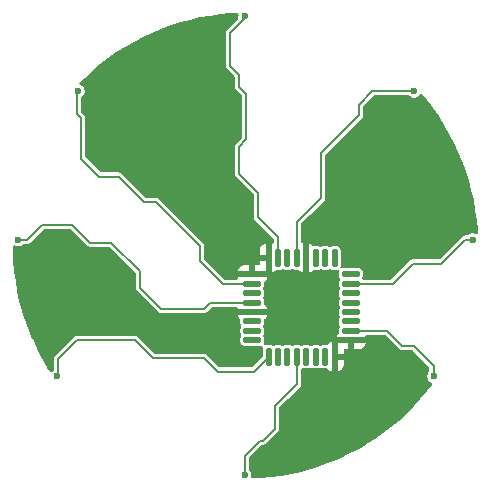
<source format=gbr>
%TF.GenerationSoftware,KiCad,Pcbnew,9.0.4*%
%TF.CreationDate,2025-08-27T15:07:23+05:30*%
%TF.ProjectId,KthDesign.kicad_pcb_3,4b746844-6573-4696-976e-2e6b69636164,rev?*%
%TF.SameCoordinates,Original*%
%TF.FileFunction,Copper,L2,Bot*%
%TF.FilePolarity,Positive*%
%FSLAX46Y46*%
G04 Gerber Fmt 4.6, Leading zero omitted, Abs format (unit mm)*
G04 Created by KiCad (PCBNEW 9.0.4) date 2025-08-27 15:07:23*
%MOMM*%
%LPD*%
G01*
G04 APERTURE LIST*
G04 Aperture macros list*
%AMRoundRect*
0 Rectangle with rounded corners*
0 $1 Rounding radius*
0 $2 $3 $4 $5 $6 $7 $8 $9 X,Y pos of 4 corners*
0 Add a 4 corners polygon primitive as box body*
4,1,4,$2,$3,$4,$5,$6,$7,$8,$9,$2,$3,0*
0 Add four circle primitives for the rounded corners*
1,1,$1+$1,$2,$3*
1,1,$1+$1,$4,$5*
1,1,$1+$1,$6,$7*
1,1,$1+$1,$8,$9*
0 Add four rect primitives between the rounded corners*
20,1,$1+$1,$2,$3,$4,$5,0*
20,1,$1+$1,$4,$5,$6,$7,0*
20,1,$1+$1,$6,$7,$8,$9,0*
20,1,$1+$1,$8,$9,$2,$3,0*%
G04 Aperture macros list end*
%TA.AperFunction,SMDPad,CuDef*%
%ADD10RoundRect,0.125000X-0.125000X0.625000X-0.125000X-0.625000X0.125000X-0.625000X0.125000X0.625000X0*%
%TD*%
%TA.AperFunction,SMDPad,CuDef*%
%ADD11RoundRect,0.125000X-0.625000X0.125000X-0.625000X-0.125000X0.625000X-0.125000X0.625000X0.125000X0*%
%TD*%
%TA.AperFunction,ViaPad*%
%ADD12C,4.500000*%
%TD*%
%TA.AperFunction,ViaPad*%
%ADD13C,0.600000*%
%TD*%
%TA.AperFunction,Conductor*%
%ADD14C,0.200000*%
%TD*%
G04 APERTURE END LIST*
D10*
%TO.P,U1,1,VDD*%
%TO.N,GND*%
X141707000Y-91726000D03*
%TO.P,U1,2,PC14*%
%TO.N,unconnected-(U1-PC14-Pad2)*%
X142507000Y-91726000D03*
%TO.P,U1,3,PC15*%
%TO.N,unconnected-(U1-PC15-Pad3)*%
X143307000Y-91726000D03*
%TO.P,U1,4,NRST*%
%TO.N,unconnected-(U1-NRST-Pad4)*%
X144107000Y-91726000D03*
%TO.P,U1,5,VDDA*%
%TO.N,GND*%
X144907000Y-91726000D03*
%TO.P,U1,6,PA0*%
%TO.N,unconnected-(U1-PA0-Pad6)*%
X145707000Y-91726000D03*
%TO.P,U1,7,PA1*%
%TO.N,unconnected-(U1-PA1-Pad7)*%
X146507000Y-91726000D03*
%TO.P,U1,8,PA2*%
%TO.N,unconnected-(U1-PA2-Pad8)*%
X147307000Y-91726000D03*
D11*
%TO.P,U1,9,PA3*%
%TO.N,unconnected-(U1-PA3-Pad9)*%
X148682000Y-93101000D03*
%TO.P,U1,10,PA4*%
%TO.N,unconnected-(U1-PA4-Pad10)*%
X148682000Y-93901000D03*
%TO.P,U1,11,PA5*%
%TO.N,unconnected-(U1-PA5-Pad11)*%
X148682000Y-94701000D03*
%TO.P,U1,12,PA6*%
%TO.N,unconnected-(U1-PA6-Pad12)*%
X148682000Y-95501000D03*
%TO.P,U1,13,PA7*%
%TO.N,unconnected-(U1-PA7-Pad13)*%
X148682000Y-96301000D03*
%TO.P,U1,14,PB0*%
%TO.N,unconnected-(U1-PB0-Pad14)*%
X148682000Y-97101000D03*
%TO.P,U1,15,PB1*%
%TO.N,unconnected-(U1-PB1-Pad15)*%
X148682000Y-97901000D03*
%TO.P,U1,16,VSS*%
%TO.N,GND*%
X148682000Y-98701000D03*
D10*
%TO.P,U1,17,VDD*%
X147307000Y-100076000D03*
%TO.P,U1,18,PA8*%
%TO.N,unconnected-(U1-PA8-Pad18)*%
X146507000Y-100076000D03*
%TO.P,U1,19,PA9*%
%TO.N,unconnected-(U1-PA9-Pad19)*%
X145707000Y-100076000D03*
%TO.P,U1,20,PA10*%
%TO.N,unconnected-(U1-PA10-Pad20)*%
X144907000Y-100076000D03*
%TO.P,U1,21,PA11*%
%TO.N,unconnected-(U1-PA11-Pad21)*%
X144107000Y-100076000D03*
%TO.P,U1,22,PA12*%
%TO.N,unconnected-(U1-PA12-Pad22)*%
X143307000Y-100076000D03*
%TO.P,U1,23,PA13*%
%TO.N,unconnected-(U1-PA13-Pad23)*%
X142507000Y-100076000D03*
%TO.P,U1,24,PA14*%
%TO.N,unconnected-(U1-PA14-Pad24)*%
X141707000Y-100076000D03*
D11*
%TO.P,U1,25,PA15*%
%TO.N,unconnected-(U1-PA15-Pad25)*%
X140332000Y-98701000D03*
%TO.P,U1,26,PB3*%
%TO.N,unconnected-(U1-PB3-Pad26)*%
X140332000Y-97901000D03*
%TO.P,U1,27,PB4*%
%TO.N,unconnected-(U1-PB4-Pad27)*%
X140332000Y-97101000D03*
%TO.P,U1,28,PB5*%
%TO.N,GND*%
X140332000Y-96301000D03*
%TO.P,U1,29,PB6*%
%TO.N,unconnected-(U1-PB6-Pad29)*%
X140332000Y-95501000D03*
%TO.P,U1,30,PB7*%
%TO.N,unconnected-(U1-PB7-Pad30)*%
X140332000Y-94701000D03*
%TO.P,U1,31,PB9*%
%TO.N,unconnected-(U1-PB9-Pad31)*%
X140332000Y-93901000D03*
%TO.P,U1,32,VSS*%
%TO.N,GND*%
X140332000Y-93101000D03*
%TD*%
D12*
%TO.N,GND*%
X130048000Y-77851000D03*
D13*
%TO.N,unconnected-(U1-PA14-Pad24)*%
X123808719Y-101728245D03*
%TO.N,unconnected-(U1-PB9-Pad31)*%
X125603000Y-77597000D03*
%TO.N,unconnected-(U1-PA11-Pad21)*%
X139701125Y-110077926D03*
%TO.N,unconnected-(U1-PB1-Pad15)*%
X155682628Y-101752236D03*
%TO.N,unconnected-(U1-PB6-Pad29)*%
X120523000Y-90170000D03*
%TO.N,unconnected-(U1-PC14-Pad2)*%
X139700086Y-71278078D03*
%TO.N,unconnected-(U1-NRST-Pad4)*%
X154051000Y-77597000D03*
%TO.N,unconnected-(U1-PA4-Pad10)*%
X159004000Y-90170000D03*
%TD*%
D14*
%TO.N,unconnected-(U1-PA14-Pad24)*%
X130429000Y-98679000D02*
X131953000Y-100203000D01*
X123808719Y-101585792D02*
X123872950Y-101521561D01*
X136271000Y-100203000D02*
X137414000Y-101346000D01*
X125476000Y-98679000D02*
X130429000Y-98679000D01*
X123872950Y-101521561D02*
X123872950Y-100282050D01*
X137414000Y-101346000D02*
X140437000Y-101346000D01*
X140437000Y-101346000D02*
X141707000Y-100076000D01*
X123808719Y-101728245D02*
X123808719Y-101585792D01*
X131953000Y-100203000D02*
X136271000Y-100203000D01*
X123872950Y-100282050D02*
X125476000Y-98679000D01*
%TO.N,unconnected-(U1-PB9-Pad31)*%
X129032000Y-84836000D02*
X127381000Y-84836000D01*
X125476000Y-79502000D02*
X125476000Y-77724000D01*
X127381000Y-84836000D02*
X125857000Y-83312000D01*
X140332000Y-93901000D02*
X137843000Y-93901000D01*
X135890000Y-91948000D02*
X135890000Y-90678000D01*
X125476000Y-77724000D02*
X125603000Y-77597000D01*
X125857000Y-79883000D02*
X125476000Y-79502000D01*
X132207000Y-86995000D02*
X131191000Y-86995000D01*
X131191000Y-86995000D02*
X129032000Y-84836000D01*
X125857000Y-83312000D02*
X125857000Y-79883000D01*
X135890000Y-90678000D02*
X132207000Y-86995000D01*
X137843000Y-93901000D02*
X135890000Y-91948000D01*
%TO.N,unconnected-(U1-PA11-Pad21)*%
X144107000Y-100076000D02*
X144107000Y-102400000D01*
X140970000Y-107188000D02*
X139700000Y-108458000D01*
X139700000Y-110076801D02*
X139701125Y-110077926D01*
X142240000Y-104267000D02*
X142240000Y-106172000D01*
X141224000Y-107188000D02*
X140970000Y-107188000D01*
X142240000Y-106172000D02*
X141224000Y-107188000D01*
X144107000Y-102400000D02*
X142240000Y-104267000D01*
X139700000Y-108458000D02*
X139700000Y-110076801D01*
%TO.N,unconnected-(U1-PB1-Pad15)*%
X148682000Y-97901000D02*
X151749000Y-97901000D01*
X155682628Y-101752236D02*
X155840265Y-101594599D01*
X155702000Y-100838000D02*
X155682628Y-100857372D01*
X151749000Y-97901000D02*
X153035000Y-99187000D01*
X155682628Y-100857372D02*
X155682628Y-101752236D01*
X153035000Y-99187000D02*
X154051000Y-99187000D01*
X155580864Y-101854000D02*
X155682628Y-101752236D01*
X154051000Y-99187000D02*
X155702000Y-100838000D01*
%TO.N,unconnected-(U1-PB6-Pad29)*%
X136271000Y-96012000D02*
X132588000Y-96012000D01*
X125095000Y-88900000D02*
X122555000Y-88900000D01*
X132588000Y-96012000D02*
X130810000Y-94234000D01*
X130810000Y-94234000D02*
X130810000Y-92837000D01*
X130810000Y-92837000D02*
X128397000Y-90424000D01*
X128397000Y-90424000D02*
X126619000Y-90424000D01*
X140332000Y-95501000D02*
X136782000Y-95501000D01*
X121285000Y-90170000D02*
X120523000Y-90170000D01*
X122555000Y-88900000D02*
X121285000Y-90170000D01*
X126619000Y-90424000D02*
X125095000Y-88900000D01*
X136782000Y-95501000D02*
X136271000Y-96012000D01*
%TO.N,unconnected-(U1-PC14-Pad2)*%
X139192000Y-84582000D02*
X139192000Y-82296000D01*
X138430000Y-75438000D02*
X138430000Y-72644000D01*
X139192000Y-82296000D02*
X139827000Y-81661000D01*
X139700086Y-71373914D02*
X139700086Y-71278078D01*
X138430000Y-72644000D02*
X139700086Y-71373914D01*
X142507000Y-89929000D02*
X140843000Y-88265000D01*
X140843000Y-86233000D02*
X139192000Y-84582000D01*
X139192000Y-77216000D02*
X139192000Y-76200000D01*
X139192000Y-76200000D02*
X138430000Y-75438000D01*
X139827000Y-77851000D02*
X139192000Y-77216000D01*
X139827000Y-81661000D02*
X139827000Y-77851000D01*
X142507000Y-91726000D02*
X142507000Y-89929000D01*
X140843000Y-88265000D02*
X140843000Y-86233000D01*
%TO.N,unconnected-(U1-NRST-Pad4)*%
X146177000Y-86614000D02*
X146177000Y-82804000D01*
X146177000Y-82804000D02*
X149352000Y-79629000D01*
X149352000Y-78740000D02*
X150495000Y-77597000D01*
X144107000Y-88684000D02*
X146177000Y-86614000D01*
X150495000Y-77597000D02*
X154051000Y-77597000D01*
X149352000Y-79629000D02*
X149352000Y-78740000D01*
X144107000Y-91726000D02*
X144107000Y-88684000D01*
%TO.N,unconnected-(U1-PA4-Pad10)*%
X152225000Y-93901000D02*
X153924000Y-92202000D01*
X153924000Y-92202000D02*
X156337000Y-92202000D01*
X148682000Y-93901000D02*
X152225000Y-93901000D01*
X158369000Y-90170000D02*
X159004000Y-90170000D01*
X156337000Y-92202000D02*
X158369000Y-90170000D01*
%TD*%
%TA.AperFunction,Conductor*%
%TO.N,GND*%
G36*
X139106700Y-71012390D02*
G01*
X139154715Y-71063148D01*
X139167666Y-71131806D01*
X139164050Y-71151623D01*
X139149586Y-71205603D01*
X139149586Y-71350551D01*
X139150647Y-71358609D01*
X139147202Y-71359062D01*
X139145903Y-71412945D01*
X139115484Y-71462832D01*
X138149531Y-72428786D01*
X138149527Y-72428791D01*
X138103387Y-72508709D01*
X138103386Y-72508712D01*
X138079500Y-72597856D01*
X138079500Y-75484143D01*
X138103386Y-75573287D01*
X138103387Y-75573290D01*
X138149527Y-75653208D01*
X138149531Y-75653213D01*
X138805181Y-76308863D01*
X138838666Y-76370186D01*
X138841500Y-76396544D01*
X138841500Y-77262144D01*
X138856073Y-77316531D01*
X138865385Y-77351286D01*
X138911527Y-77431208D01*
X138911531Y-77431213D01*
X139440181Y-77959863D01*
X139473666Y-78021186D01*
X139476500Y-78047544D01*
X139476500Y-81464456D01*
X139456815Y-81531495D01*
X139440181Y-81552137D01*
X138911531Y-82080786D01*
X138911527Y-82080791D01*
X138865387Y-82160709D01*
X138865386Y-82160712D01*
X138841500Y-82249856D01*
X138841500Y-84628143D01*
X138865386Y-84717287D01*
X138865387Y-84717290D01*
X138911527Y-84797208D01*
X138911531Y-84797213D01*
X140456181Y-86341863D01*
X140489666Y-86403186D01*
X140492500Y-86429544D01*
X140492500Y-88311143D01*
X140516386Y-88400287D01*
X140516387Y-88400290D01*
X140562527Y-88480208D01*
X140562529Y-88480211D01*
X140562530Y-88480212D01*
X141352503Y-89270185D01*
X142120181Y-90037862D01*
X142153666Y-90099185D01*
X142156500Y-90125543D01*
X142156500Y-90379280D01*
X142136815Y-90446319D01*
X142084011Y-90492074D01*
X142014853Y-90502018D01*
X141997905Y-90498356D01*
X141957000Y-90486472D01*
X141957000Y-92965525D01*
X142082185Y-92929156D01*
X142082191Y-92929154D01*
X142218108Y-92848773D01*
X142218116Y-92848767D01*
X142304065Y-92762819D01*
X142365388Y-92729334D01*
X142391746Y-92726500D01*
X142667630Y-92726500D01*
X142667636Y-92726500D01*
X142740625Y-92715866D01*
X142852540Y-92661153D01*
X142921412Y-92649394D01*
X142961458Y-92661153D01*
X143020504Y-92690019D01*
X143073372Y-92715865D01*
X143073373Y-92715865D01*
X143073375Y-92715866D01*
X143146364Y-92726500D01*
X143146370Y-92726500D01*
X143467630Y-92726500D01*
X143467636Y-92726500D01*
X143540625Y-92715866D01*
X143652540Y-92661153D01*
X143721412Y-92649394D01*
X143761458Y-92661153D01*
X143820504Y-92690019D01*
X143873372Y-92715865D01*
X143873373Y-92715865D01*
X143873375Y-92715866D01*
X143946364Y-92726500D01*
X143946370Y-92726500D01*
X144222255Y-92726500D01*
X144289294Y-92746185D01*
X144309937Y-92762819D01*
X144395887Y-92848770D01*
X144395891Y-92848773D01*
X144531808Y-92929154D01*
X144531814Y-92929156D01*
X144656999Y-92965525D01*
X144657000Y-92965525D01*
X144657000Y-90486472D01*
X144656999Y-90486472D01*
X144616095Y-90498356D01*
X144546225Y-90498157D01*
X144487555Y-90460215D01*
X144458712Y-90396576D01*
X144457500Y-90379280D01*
X144457500Y-88880544D01*
X144477185Y-88813505D01*
X144493819Y-88792863D01*
X145218226Y-88068456D01*
X146457470Y-86829212D01*
X146503614Y-86749288D01*
X146512927Y-86714530D01*
X146527500Y-86660144D01*
X146527500Y-83000544D01*
X146547185Y-82933505D01*
X146563819Y-82912863D01*
X148012226Y-81464456D01*
X149632470Y-79844212D01*
X149678614Y-79764288D01*
X149702500Y-79675144D01*
X149702500Y-78936544D01*
X149722185Y-78869505D01*
X149738819Y-78848863D01*
X150603863Y-77983819D01*
X150665186Y-77950334D01*
X150691544Y-77947500D01*
X153571614Y-77947500D01*
X153638653Y-77967185D01*
X153659295Y-77983819D01*
X153712985Y-78037509D01*
X153712986Y-78037510D01*
X153712988Y-78037511D01*
X153838511Y-78109982D01*
X153838512Y-78109982D01*
X153838515Y-78109984D01*
X153978525Y-78147500D01*
X153978528Y-78147500D01*
X154123472Y-78147500D01*
X154123475Y-78147500D01*
X154263485Y-78109984D01*
X154389015Y-78037509D01*
X154491509Y-77935015D01*
X154516933Y-77890978D01*
X154567500Y-77842764D01*
X154636107Y-77829540D01*
X154700971Y-77855508D01*
X154719306Y-77873269D01*
X155115605Y-78345560D01*
X155118983Y-78349770D01*
X155253279Y-78524788D01*
X155638900Y-79027340D01*
X155642099Y-79031702D01*
X156131985Y-79731329D01*
X156134991Y-79735828D01*
X156593887Y-80456152D01*
X156596693Y-80460777D01*
X157023727Y-81200420D01*
X157026329Y-81205163D01*
X157420693Y-81962729D01*
X157423086Y-81967582D01*
X157784033Y-82741639D01*
X157786212Y-82746590D01*
X157870129Y-82949182D01*
X158109557Y-83527212D01*
X158113051Y-83535646D01*
X158115012Y-83540689D01*
X158407124Y-84343261D01*
X158408863Y-84348383D01*
X158665687Y-85162925D01*
X158667201Y-85168119D01*
X158888252Y-85993091D01*
X158889538Y-85998346D01*
X159074397Y-86832189D01*
X159075452Y-86837496D01*
X159223758Y-87678580D01*
X159224581Y-87683927D01*
X159336059Y-88530694D01*
X159336648Y-88536072D01*
X159411085Y-89386891D01*
X159411439Y-89392290D01*
X159418478Y-89553522D01*
X159401736Y-89621356D01*
X159350978Y-89669370D01*
X159282319Y-89682321D01*
X159232596Y-89666317D01*
X159216488Y-89657017D01*
X159216489Y-89657017D01*
X159205006Y-89653940D01*
X159076475Y-89619500D01*
X158931525Y-89619500D01*
X158802993Y-89653940D01*
X158791511Y-89657017D01*
X158665988Y-89729488D01*
X158665982Y-89729493D01*
X158612295Y-89783181D01*
X158550972Y-89816666D01*
X158524614Y-89819500D01*
X158322856Y-89819500D01*
X158233712Y-89843386D01*
X158233709Y-89843387D01*
X158153791Y-89889527D01*
X158153786Y-89889531D01*
X156228137Y-91815181D01*
X156166814Y-91848666D01*
X156140456Y-91851500D01*
X153877856Y-91851500D01*
X153788712Y-91875386D01*
X153788709Y-91875387D01*
X153708791Y-91921527D01*
X153708786Y-91921531D01*
X152116137Y-93514181D01*
X152054814Y-93547666D01*
X152028456Y-93550500D01*
X149764976Y-93550500D01*
X149697937Y-93530815D01*
X149652182Y-93478011D01*
X149642238Y-93408853D01*
X149653575Y-93372040D01*
X149656526Y-93366002D01*
X149671866Y-93334625D01*
X149682500Y-93261636D01*
X149682500Y-92940364D01*
X149671866Y-92867375D01*
X149662769Y-92848767D01*
X149616827Y-92754789D01*
X149528210Y-92666172D01*
X149415628Y-92611135D01*
X149415626Y-92611134D01*
X149415625Y-92611134D01*
X149342636Y-92600500D01*
X148021364Y-92600500D01*
X147948375Y-92611134D01*
X147948373Y-92611134D01*
X147938845Y-92612523D01*
X147938441Y-92609752D01*
X147883657Y-92610514D01*
X147824360Y-92573560D01*
X147794455Y-92510413D01*
X147797392Y-92469434D01*
X147795477Y-92469155D01*
X147796865Y-92459626D01*
X147796866Y-92459625D01*
X147807500Y-92386636D01*
X147807500Y-91065364D01*
X147796866Y-90992375D01*
X147794518Y-90987572D01*
X147741827Y-90879789D01*
X147653210Y-90791172D01*
X147540628Y-90736135D01*
X147540626Y-90736134D01*
X147540625Y-90736134D01*
X147467636Y-90725500D01*
X147146364Y-90725500D01*
X147091622Y-90733475D01*
X147073373Y-90736134D01*
X146961460Y-90790846D01*
X146892587Y-90802605D01*
X146852540Y-90790846D01*
X146740626Y-90736134D01*
X146730198Y-90734614D01*
X146667636Y-90725500D01*
X146346364Y-90725500D01*
X146291622Y-90733475D01*
X146273373Y-90736134D01*
X146161460Y-90790846D01*
X146092587Y-90802605D01*
X146052540Y-90790846D01*
X145940626Y-90736134D01*
X145930198Y-90734614D01*
X145867636Y-90725500D01*
X145591745Y-90725500D01*
X145524706Y-90705815D01*
X145504063Y-90689181D01*
X145418112Y-90603229D01*
X145418108Y-90603226D01*
X145282188Y-90522844D01*
X145282187Y-90522843D01*
X145157000Y-90486472D01*
X145157000Y-92965525D01*
X145282185Y-92929156D01*
X145282191Y-92929154D01*
X145418108Y-92848773D01*
X145418116Y-92848767D01*
X145504065Y-92762819D01*
X145565388Y-92729334D01*
X145591746Y-92726500D01*
X145867630Y-92726500D01*
X145867636Y-92726500D01*
X145940625Y-92715866D01*
X146052540Y-92661153D01*
X146121412Y-92649394D01*
X146161458Y-92661153D01*
X146220504Y-92690019D01*
X146273372Y-92715865D01*
X146273373Y-92715865D01*
X146273375Y-92715866D01*
X146346364Y-92726500D01*
X146346370Y-92726500D01*
X146667630Y-92726500D01*
X146667636Y-92726500D01*
X146740625Y-92715866D01*
X146852540Y-92661153D01*
X146921412Y-92649394D01*
X146961458Y-92661153D01*
X147020504Y-92690019D01*
X147073372Y-92715865D01*
X147073373Y-92715865D01*
X147073375Y-92715866D01*
X147146364Y-92726500D01*
X147146370Y-92726500D01*
X147467630Y-92726500D01*
X147467636Y-92726500D01*
X147540625Y-92715866D01*
X147540626Y-92715865D01*
X147550155Y-92714477D01*
X147550559Y-92717252D01*
X147605306Y-92716475D01*
X147664614Y-92753412D01*
X147694538Y-92816549D01*
X147691610Y-92857566D01*
X147693523Y-92857845D01*
X147692134Y-92867373D01*
X147692134Y-92867375D01*
X147681500Y-92940364D01*
X147681500Y-93261636D01*
X147690614Y-93324198D01*
X147692134Y-93334626D01*
X147746846Y-93446540D01*
X147758605Y-93515413D01*
X147746846Y-93555460D01*
X147692134Y-93667373D01*
X147691059Y-93674755D01*
X147681500Y-93740364D01*
X147681500Y-94061636D01*
X147690614Y-94124198D01*
X147692134Y-94134626D01*
X147729537Y-94211134D01*
X147746845Y-94246539D01*
X147746846Y-94246540D01*
X147758605Y-94315413D01*
X147746846Y-94355459D01*
X147745098Y-94359034D01*
X147692134Y-94467373D01*
X147692134Y-94467375D01*
X147681500Y-94540364D01*
X147681500Y-94861636D01*
X147690614Y-94924198D01*
X147692134Y-94934626D01*
X147710425Y-94972040D01*
X147746845Y-95046539D01*
X147746846Y-95046540D01*
X147758605Y-95115413D01*
X147746846Y-95155459D01*
X147745098Y-95159034D01*
X147692134Y-95267373D01*
X147692134Y-95267375D01*
X147681500Y-95340364D01*
X147681500Y-95661636D01*
X147687663Y-95703935D01*
X147692134Y-95734626D01*
X147719148Y-95789883D01*
X147746845Y-95846539D01*
X147746846Y-95846540D01*
X147758605Y-95915413D01*
X147746846Y-95955459D01*
X147745098Y-95959034D01*
X147692134Y-96067373D01*
X147692134Y-96067375D01*
X147681500Y-96140364D01*
X147681500Y-96461636D01*
X147690614Y-96524198D01*
X147692134Y-96534626D01*
X147700139Y-96551000D01*
X147746845Y-96646539D01*
X147746846Y-96646540D01*
X147758605Y-96715413D01*
X147746846Y-96755459D01*
X147745098Y-96759034D01*
X147692134Y-96867373D01*
X147692134Y-96867375D01*
X147681500Y-96940364D01*
X147681500Y-97261636D01*
X147690614Y-97324198D01*
X147692134Y-97334626D01*
X147710425Y-97372040D01*
X147746845Y-97446539D01*
X147746846Y-97446540D01*
X147758605Y-97515413D01*
X147746846Y-97555459D01*
X147745098Y-97559034D01*
X147692134Y-97667373D01*
X147692134Y-97667375D01*
X147681500Y-97740364D01*
X147681500Y-97740369D01*
X147681500Y-98016254D01*
X147661815Y-98083293D01*
X147645181Y-98103935D01*
X147559232Y-98189883D01*
X147559226Y-98189891D01*
X147478845Y-98325808D01*
X147478843Y-98325814D01*
X147442474Y-98450999D01*
X147442474Y-98451000D01*
X149921526Y-98451000D01*
X149921525Y-98450999D01*
X149909642Y-98410095D01*
X149909841Y-98340225D01*
X149947783Y-98281555D01*
X150011422Y-98252712D01*
X150028718Y-98251500D01*
X151552456Y-98251500D01*
X151619495Y-98271185D01*
X151640137Y-98287819D01*
X152819788Y-99467470D01*
X152899712Y-99513614D01*
X152988856Y-99537500D01*
X152988857Y-99537500D01*
X153081144Y-99537500D01*
X153854456Y-99537500D01*
X153921495Y-99557185D01*
X153942137Y-99573819D01*
X155295809Y-100927491D01*
X155329294Y-100988814D01*
X155332128Y-101015172D01*
X155332128Y-101272850D01*
X155312443Y-101339889D01*
X155295809Y-101360531D01*
X155242121Y-101414218D01*
X155242116Y-101414224D01*
X155169645Y-101539747D01*
X155169644Y-101539751D01*
X155132128Y-101679761D01*
X155132128Y-101824711D01*
X155169644Y-101964721D01*
X155169645Y-101964724D01*
X155242116Y-102090247D01*
X155242118Y-102090249D01*
X155242119Y-102090251D01*
X155344613Y-102192745D01*
X155344614Y-102192746D01*
X155344616Y-102192747D01*
X155470139Y-102265218D01*
X155470141Y-102265219D01*
X155470143Y-102265220D01*
X155471241Y-102265514D01*
X155472064Y-102266015D01*
X155477647Y-102268328D01*
X155477286Y-102269198D01*
X155530902Y-102301878D01*
X155561432Y-102364724D01*
X155553138Y-102434100D01*
X155537525Y-102460775D01*
X155118991Y-103006219D01*
X155115604Y-103010439D01*
X154566591Y-103664727D01*
X154563024Y-103668794D01*
X153986037Y-104298465D01*
X153982296Y-104302373D01*
X153378373Y-104906296D01*
X153374465Y-104910037D01*
X152744794Y-105487024D01*
X152740727Y-105490591D01*
X152086439Y-106039604D01*
X152082219Y-106042991D01*
X151404659Y-106562900D01*
X151400297Y-106566099D01*
X150700670Y-107055985D01*
X150696171Y-107058991D01*
X149975847Y-107517887D01*
X149971222Y-107520693D01*
X149231579Y-107947727D01*
X149226836Y-107950329D01*
X148469270Y-108344693D01*
X148464417Y-108347086D01*
X147690360Y-108708033D01*
X147685409Y-108710212D01*
X146896353Y-109037051D01*
X146891310Y-109039012D01*
X146088738Y-109331124D01*
X146083616Y-109332863D01*
X145269074Y-109589687D01*
X145263880Y-109591201D01*
X144438908Y-109812252D01*
X144433653Y-109813538D01*
X143599810Y-109998397D01*
X143594503Y-109999452D01*
X142753419Y-110147758D01*
X142748072Y-110148581D01*
X141901305Y-110260059D01*
X141895927Y-110260648D01*
X141045108Y-110335085D01*
X141039710Y-110335439D01*
X140361081Y-110365069D01*
X140293247Y-110348327D01*
X140245232Y-110297570D01*
X140232281Y-110228911D01*
X140235896Y-110209099D01*
X140251625Y-110150401D01*
X140251625Y-110005451D01*
X140214109Y-109865441D01*
X140183400Y-109812252D01*
X140141636Y-109739914D01*
X140141631Y-109739908D01*
X140086819Y-109685096D01*
X140053334Y-109623773D01*
X140050500Y-109597415D01*
X140050500Y-108654544D01*
X140070185Y-108587505D01*
X140086819Y-108566863D01*
X141078863Y-107574819D01*
X141140186Y-107541334D01*
X141166544Y-107538500D01*
X141270142Y-107538500D01*
X141270144Y-107538500D01*
X141359288Y-107514614D01*
X141439212Y-107468470D01*
X142520470Y-106387212D01*
X142566614Y-106307288D01*
X142590500Y-106218144D01*
X142590500Y-104463544D01*
X142610185Y-104396505D01*
X142626819Y-104375863D01*
X143364669Y-103638013D01*
X144387470Y-102615212D01*
X144433614Y-102535288D01*
X144457500Y-102446143D01*
X144457500Y-102353856D01*
X144457500Y-101158975D01*
X144477185Y-101091936D01*
X144529989Y-101046181D01*
X144599147Y-101036237D01*
X144635957Y-101047573D01*
X144673375Y-101065866D01*
X144746364Y-101076500D01*
X144746370Y-101076500D01*
X145067630Y-101076500D01*
X145067636Y-101076500D01*
X145140625Y-101065866D01*
X145252540Y-101011153D01*
X145321412Y-100999394D01*
X145361458Y-101011153D01*
X145411905Y-101035815D01*
X145473372Y-101065865D01*
X145473373Y-101065865D01*
X145473375Y-101065866D01*
X145546364Y-101076500D01*
X145546370Y-101076500D01*
X145867630Y-101076500D01*
X145867636Y-101076500D01*
X145940625Y-101065866D01*
X146052540Y-101011153D01*
X146121412Y-100999394D01*
X146161458Y-101011153D01*
X146211905Y-101035815D01*
X146273372Y-101065865D01*
X146273373Y-101065865D01*
X146273375Y-101065866D01*
X146346364Y-101076500D01*
X146346370Y-101076500D01*
X146622255Y-101076500D01*
X146689294Y-101096185D01*
X146709937Y-101112819D01*
X146795887Y-101198770D01*
X146795891Y-101198773D01*
X146931808Y-101279154D01*
X146931814Y-101279156D01*
X147056999Y-101315525D01*
X147057000Y-101315525D01*
X147557000Y-101315525D01*
X147682185Y-101279156D01*
X147682191Y-101279154D01*
X147818108Y-101198773D01*
X147818116Y-101198767D01*
X147929767Y-101087116D01*
X147929773Y-101087108D01*
X148010155Y-100951188D01*
X148010156Y-100951185D01*
X148054210Y-100799553D01*
X148054211Y-100799547D01*
X148056999Y-100764118D01*
X148057000Y-100764105D01*
X148057000Y-100326000D01*
X147557000Y-100326000D01*
X147557000Y-101315525D01*
X147057000Y-101315525D01*
X147057000Y-99826000D01*
X147557000Y-99826000D01*
X148057000Y-99826000D01*
X148057000Y-99575000D01*
X148076685Y-99507961D01*
X148129489Y-99462206D01*
X148181000Y-99451000D01*
X148432000Y-99451000D01*
X148932000Y-99451000D01*
X149370106Y-99451000D01*
X149370118Y-99450999D01*
X149405547Y-99448211D01*
X149405553Y-99448210D01*
X149557185Y-99404156D01*
X149557188Y-99404155D01*
X149693108Y-99323773D01*
X149693116Y-99323767D01*
X149804767Y-99212116D01*
X149804773Y-99212108D01*
X149885154Y-99076191D01*
X149885156Y-99076185D01*
X149921525Y-98951000D01*
X148932000Y-98951000D01*
X148932000Y-99451000D01*
X148432000Y-99451000D01*
X148432000Y-98951000D01*
X147557000Y-98951000D01*
X147557000Y-99826000D01*
X147057000Y-99826000D01*
X147057000Y-98836472D01*
X146931812Y-98872843D01*
X146931811Y-98872844D01*
X146795891Y-98953226D01*
X146795883Y-98953232D01*
X146709935Y-99039181D01*
X146648612Y-99072666D01*
X146622254Y-99075500D01*
X146346364Y-99075500D01*
X146291622Y-99083475D01*
X146273373Y-99086134D01*
X146161460Y-99140846D01*
X146092587Y-99152605D01*
X146052540Y-99140846D01*
X145940626Y-99086134D01*
X145930198Y-99084614D01*
X145867636Y-99075500D01*
X145546364Y-99075500D01*
X145491622Y-99083475D01*
X145473373Y-99086134D01*
X145361460Y-99140846D01*
X145292587Y-99152605D01*
X145252540Y-99140846D01*
X145140626Y-99086134D01*
X145130198Y-99084614D01*
X145067636Y-99075500D01*
X144746364Y-99075500D01*
X144691622Y-99083475D01*
X144673373Y-99086134D01*
X144561460Y-99140846D01*
X144492587Y-99152605D01*
X144452540Y-99140846D01*
X144340626Y-99086134D01*
X144330198Y-99084614D01*
X144267636Y-99075500D01*
X143946364Y-99075500D01*
X143891622Y-99083475D01*
X143873373Y-99086134D01*
X143761460Y-99140846D01*
X143692587Y-99152605D01*
X143652540Y-99140846D01*
X143540626Y-99086134D01*
X143530198Y-99084614D01*
X143467636Y-99075500D01*
X143146364Y-99075500D01*
X143091622Y-99083475D01*
X143073373Y-99086134D01*
X142961460Y-99140846D01*
X142892587Y-99152605D01*
X142852540Y-99140846D01*
X142740626Y-99086134D01*
X142730198Y-99084614D01*
X142667636Y-99075500D01*
X142346364Y-99075500D01*
X142291622Y-99083475D01*
X142273373Y-99086134D01*
X142161460Y-99140846D01*
X142092587Y-99152605D01*
X142052540Y-99140846D01*
X141940626Y-99086134D01*
X141930198Y-99084614D01*
X141867636Y-99075500D01*
X141546364Y-99075500D01*
X141473375Y-99086134D01*
X141473373Y-99086134D01*
X141463845Y-99087523D01*
X141463441Y-99084752D01*
X141408657Y-99085514D01*
X141349360Y-99048560D01*
X141319455Y-98985413D01*
X141322392Y-98944434D01*
X141320477Y-98944155D01*
X141321865Y-98934626D01*
X141321866Y-98934625D01*
X141332500Y-98861636D01*
X141332500Y-98540364D01*
X141321866Y-98467375D01*
X141313860Y-98450999D01*
X141284463Y-98390866D01*
X141267153Y-98355459D01*
X141255394Y-98286588D01*
X141267154Y-98246540D01*
X141321866Y-98134625D01*
X141332500Y-98061636D01*
X141332500Y-97740364D01*
X141321866Y-97667375D01*
X141267153Y-97555459D01*
X141255394Y-97486588D01*
X141267154Y-97446540D01*
X141321866Y-97334625D01*
X141332500Y-97261636D01*
X141332500Y-96985745D01*
X141352185Y-96918707D01*
X141368819Y-96898065D01*
X141454767Y-96812116D01*
X141454773Y-96812108D01*
X141535154Y-96676191D01*
X141535156Y-96676185D01*
X141571525Y-96551000D01*
X139092474Y-96551000D01*
X139128843Y-96676185D01*
X139128845Y-96676191D01*
X139209226Y-96812108D01*
X139209229Y-96812112D01*
X139295181Y-96898063D01*
X139328666Y-96959386D01*
X139331500Y-96985745D01*
X139331500Y-97261636D01*
X139340614Y-97324198D01*
X139342134Y-97334626D01*
X139360425Y-97372040D01*
X139396845Y-97446539D01*
X139396846Y-97446540D01*
X139408605Y-97515413D01*
X139396846Y-97555459D01*
X139395098Y-97559034D01*
X139342134Y-97667373D01*
X139342134Y-97667375D01*
X139331500Y-97740364D01*
X139331500Y-98061636D01*
X139337663Y-98103935D01*
X139342134Y-98134626D01*
X139365506Y-98182434D01*
X139396845Y-98246539D01*
X139396846Y-98246540D01*
X139408605Y-98315413D01*
X139396846Y-98355459D01*
X139395098Y-98359034D01*
X139342134Y-98467373D01*
X139342134Y-98467375D01*
X139331500Y-98540364D01*
X139331500Y-98861636D01*
X139342134Y-98934625D01*
X139342134Y-98934626D01*
X139342135Y-98934628D01*
X139397172Y-99047210D01*
X139485789Y-99135827D01*
X139593572Y-99188518D01*
X139598375Y-99190866D01*
X139671364Y-99201500D01*
X139671370Y-99201500D01*
X140992630Y-99201500D01*
X140992636Y-99201500D01*
X141065625Y-99190866D01*
X141065626Y-99190865D01*
X141075155Y-99189477D01*
X141075559Y-99192252D01*
X141130306Y-99191475D01*
X141189614Y-99228412D01*
X141219538Y-99291549D01*
X141216610Y-99332566D01*
X141218523Y-99332845D01*
X141217134Y-99342373D01*
X141217134Y-99342375D01*
X141206500Y-99415364D01*
X141206500Y-99415369D01*
X141206500Y-100029456D01*
X141186815Y-100096495D01*
X141170181Y-100117137D01*
X140328137Y-100959181D01*
X140266814Y-100992666D01*
X140240456Y-100995500D01*
X137610544Y-100995500D01*
X137543505Y-100975815D01*
X137522863Y-100959181D01*
X136486213Y-99922531D01*
X136486208Y-99922527D01*
X136406290Y-99876387D01*
X136406289Y-99876386D01*
X136406288Y-99876386D01*
X136317144Y-99852500D01*
X136317143Y-99852500D01*
X132149544Y-99852500D01*
X132082505Y-99832815D01*
X132061863Y-99816181D01*
X130644213Y-98398531D01*
X130644208Y-98398527D01*
X130564290Y-98352387D01*
X130564289Y-98352386D01*
X130564288Y-98352386D01*
X130475144Y-98328500D01*
X125429856Y-98328500D01*
X125340712Y-98352386D01*
X125340709Y-98352387D01*
X125260791Y-98398527D01*
X125260786Y-98398531D01*
X123592482Y-100066835D01*
X123592478Y-100066841D01*
X123560549Y-100122144D01*
X123546337Y-100146759D01*
X123546336Y-100146762D01*
X123522450Y-100235906D01*
X123522450Y-101186880D01*
X123513605Y-101217000D01*
X123506563Y-101247606D01*
X123503622Y-101250999D01*
X123502765Y-101253919D01*
X123485075Y-101275605D01*
X123475465Y-101284986D01*
X123470704Y-101287736D01*
X123390442Y-101367997D01*
X123389851Y-101368575D01*
X123359635Y-101384606D01*
X123329583Y-101401017D01*
X123328811Y-101400961D01*
X123328131Y-101401323D01*
X123294060Y-101398475D01*
X123259891Y-101396031D01*
X123259272Y-101395568D01*
X123258504Y-101395504D01*
X123231358Y-101374671D01*
X123203958Y-101354159D01*
X123203197Y-101353059D01*
X123203076Y-101352966D01*
X123203014Y-101352793D01*
X123198645Y-101346475D01*
X122987582Y-101015172D01*
X122914110Y-100899845D01*
X122911306Y-100895222D01*
X122904909Y-100884142D01*
X122484260Y-100155558D01*
X122481681Y-100150857D01*
X122087298Y-99393253D01*
X122084913Y-99388417D01*
X121723966Y-98614360D01*
X121721787Y-98609409D01*
X121634438Y-98398530D01*
X121394938Y-97820329D01*
X121392987Y-97815310D01*
X121339142Y-97667373D01*
X121100875Y-97012738D01*
X121099136Y-97007616D01*
X121092240Y-96985746D01*
X120842310Y-96193069D01*
X120840798Y-96187880D01*
X120619739Y-95362878D01*
X120618468Y-95357684D01*
X120433596Y-94523783D01*
X120432552Y-94518530D01*
X120284235Y-93677386D01*
X120283423Y-93672106D01*
X120171939Y-92825300D01*
X120171351Y-92819927D01*
X120096913Y-91969101D01*
X120096560Y-91963710D01*
X120094718Y-91921531D01*
X120059306Y-91110444D01*
X120059188Y-91105035D01*
X120059188Y-90752654D01*
X120078873Y-90685615D01*
X120131677Y-90639860D01*
X120200835Y-90629916D01*
X120245189Y-90645268D01*
X120310509Y-90682981D01*
X120310510Y-90682982D01*
X120310512Y-90682982D01*
X120310515Y-90682984D01*
X120450525Y-90720500D01*
X120450528Y-90720500D01*
X120595472Y-90720500D01*
X120595475Y-90720500D01*
X120735485Y-90682984D01*
X120861015Y-90610509D01*
X120914705Y-90556819D01*
X120976028Y-90523334D01*
X121002386Y-90520500D01*
X121331142Y-90520500D01*
X121331144Y-90520500D01*
X121420288Y-90496614D01*
X121430912Y-90490480D01*
X121500212Y-90450470D01*
X122663863Y-89286819D01*
X122725186Y-89253334D01*
X122751544Y-89250500D01*
X124898456Y-89250500D01*
X124965495Y-89270185D01*
X124986137Y-89286819D01*
X126403787Y-90704469D01*
X126437865Y-90724144D01*
X126437866Y-90724145D01*
X126483706Y-90750611D01*
X126483707Y-90750611D01*
X126483712Y-90750614D01*
X126572856Y-90774500D01*
X128200456Y-90774500D01*
X128267495Y-90794185D01*
X128288137Y-90810819D01*
X130423181Y-92945862D01*
X130456666Y-93007185D01*
X130459500Y-93033543D01*
X130459500Y-94280145D01*
X130474419Y-94335825D01*
X130483384Y-94369283D01*
X130483387Y-94369290D01*
X130529527Y-94449208D01*
X130529529Y-94449211D01*
X130529530Y-94449212D01*
X132372788Y-96292470D01*
X132452712Y-96338614D01*
X132541856Y-96362500D01*
X132541857Y-96362500D01*
X132541858Y-96362500D01*
X136317142Y-96362500D01*
X136317144Y-96362500D01*
X136406288Y-96338614D01*
X136486212Y-96292470D01*
X136890863Y-95887819D01*
X136952186Y-95854334D01*
X136978544Y-95851500D01*
X138985282Y-95851500D01*
X139052321Y-95871185D01*
X139098076Y-95923989D01*
X139108020Y-95993147D01*
X139104358Y-96010095D01*
X139092474Y-96050999D01*
X139092474Y-96051000D01*
X141571526Y-96051000D01*
X141571525Y-96050999D01*
X141535156Y-95925814D01*
X141535154Y-95925808D01*
X141454773Y-95789891D01*
X141454767Y-95789883D01*
X141368819Y-95703935D01*
X141335334Y-95642612D01*
X141332500Y-95616254D01*
X141332500Y-95340369D01*
X141332500Y-95340364D01*
X141321866Y-95267375D01*
X141267153Y-95155459D01*
X141255394Y-95086588D01*
X141267154Y-95046540D01*
X141321866Y-94934625D01*
X141332500Y-94861636D01*
X141332500Y-94540364D01*
X141321866Y-94467375D01*
X141267153Y-94355459D01*
X141255394Y-94286588D01*
X141267154Y-94246540D01*
X141321866Y-94134625D01*
X141332500Y-94061636D01*
X141332500Y-93785746D01*
X141352185Y-93718707D01*
X141368819Y-93698065D01*
X141454767Y-93612116D01*
X141454773Y-93612108D01*
X141535154Y-93476191D01*
X141535156Y-93476185D01*
X141571525Y-93351000D01*
X139092474Y-93351000D01*
X139104358Y-93391905D01*
X139104159Y-93461775D01*
X139066217Y-93520445D01*
X139002578Y-93549288D01*
X138985282Y-93550500D01*
X138039544Y-93550500D01*
X137972505Y-93530815D01*
X137951863Y-93514181D01*
X137288681Y-92850999D01*
X139092474Y-92850999D01*
X139092474Y-92851000D01*
X140082000Y-92851000D01*
X140082000Y-92351000D01*
X140582000Y-92351000D01*
X140582000Y-92851000D01*
X141457000Y-92851000D01*
X141457000Y-91976000D01*
X140957000Y-91976000D01*
X140957000Y-92227000D01*
X140937315Y-92294039D01*
X140884511Y-92339794D01*
X140833000Y-92351000D01*
X140582000Y-92351000D01*
X140082000Y-92351000D01*
X139643881Y-92351000D01*
X139608452Y-92353788D01*
X139608446Y-92353789D01*
X139456814Y-92397843D01*
X139456811Y-92397844D01*
X139320891Y-92478226D01*
X139320883Y-92478232D01*
X139209232Y-92589883D01*
X139209226Y-92589891D01*
X139128845Y-92725808D01*
X139128843Y-92725814D01*
X139092474Y-92850999D01*
X137288681Y-92850999D01*
X136276819Y-91839137D01*
X136243334Y-91777814D01*
X136240500Y-91751456D01*
X136240500Y-91037881D01*
X140957000Y-91037881D01*
X140957000Y-91476000D01*
X141457000Y-91476000D01*
X141457000Y-90486472D01*
X141331812Y-90522843D01*
X141331811Y-90522844D01*
X141195891Y-90603226D01*
X141195883Y-90603232D01*
X141084232Y-90714883D01*
X141084226Y-90714891D01*
X141003844Y-90850811D01*
X141003843Y-90850814D01*
X140959789Y-91002446D01*
X140959788Y-91002452D01*
X140957000Y-91037881D01*
X136240500Y-91037881D01*
X136240500Y-90631858D01*
X136240500Y-90631856D01*
X136216614Y-90542712D01*
X136203790Y-90520500D01*
X136203790Y-90520499D01*
X136170474Y-90462794D01*
X136170468Y-90462786D01*
X132422213Y-86714531D01*
X132422208Y-86714527D01*
X132342290Y-86668387D01*
X132342289Y-86668386D01*
X132342288Y-86668386D01*
X132253144Y-86644500D01*
X132253143Y-86644500D01*
X131387544Y-86644500D01*
X131320505Y-86624815D01*
X131299863Y-86608181D01*
X129247213Y-84555531D01*
X129247208Y-84555527D01*
X129167290Y-84509387D01*
X129167289Y-84509386D01*
X129167288Y-84509386D01*
X129078144Y-84485500D01*
X129078143Y-84485500D01*
X127577544Y-84485500D01*
X127510505Y-84465815D01*
X127489863Y-84449181D01*
X126243819Y-83203137D01*
X126210334Y-83141814D01*
X126207500Y-83115456D01*
X126207500Y-79836858D01*
X126207500Y-79836856D01*
X126183614Y-79747712D01*
X126175434Y-79733544D01*
X126137473Y-79667794D01*
X126137470Y-79667791D01*
X126137469Y-79667788D01*
X126072212Y-79602531D01*
X125969176Y-79499495D01*
X125862819Y-79393137D01*
X125829334Y-79331814D01*
X125826500Y-79305456D01*
X125826500Y-78175215D01*
X125846185Y-78108176D01*
X125888498Y-78067829D01*
X125941015Y-78037509D01*
X126043509Y-77935015D01*
X126115984Y-77809485D01*
X126153500Y-77669475D01*
X126153500Y-77524525D01*
X126115984Y-77384515D01*
X126096800Y-77351288D01*
X126043511Y-77258988D01*
X126043506Y-77258982D01*
X125941017Y-77156493D01*
X125941011Y-77156488D01*
X125815488Y-77084017D01*
X125815483Y-77084015D01*
X125770428Y-77071942D01*
X125710768Y-77035576D01*
X125680240Y-76972729D01*
X125688535Y-76903354D01*
X125714839Y-76864490D01*
X126129649Y-76449680D01*
X126133511Y-76445983D01*
X126763221Y-75868960D01*
X126767272Y-75865408D01*
X127421560Y-75316395D01*
X127425741Y-75313038D01*
X128103350Y-74793091D01*
X128107702Y-74789900D01*
X128807359Y-74299993D01*
X128811797Y-74297028D01*
X129532174Y-73838098D01*
X129536754Y-73835319D01*
X130276460Y-73408249D01*
X130281123Y-73405691D01*
X131038764Y-73011288D01*
X131043563Y-73008921D01*
X131817639Y-72647966D01*
X131822578Y-72645791D01*
X132611686Y-72318932D01*
X132616664Y-72316996D01*
X133419269Y-72024872D01*
X133424361Y-72023143D01*
X134238942Y-71766306D01*
X134244102Y-71764802D01*
X135069132Y-71543736D01*
X135074304Y-71542471D01*
X135908225Y-71357594D01*
X135913460Y-71356554D01*
X136754620Y-71208234D01*
X136759886Y-71207424D01*
X137606704Y-71095938D01*
X137612062Y-71095352D01*
X138462901Y-71020913D01*
X138468279Y-71020560D01*
X139038866Y-70995648D01*
X139106700Y-71012390D01*
G37*
%TD.AperFunction*%
%TD*%
M02*

</source>
